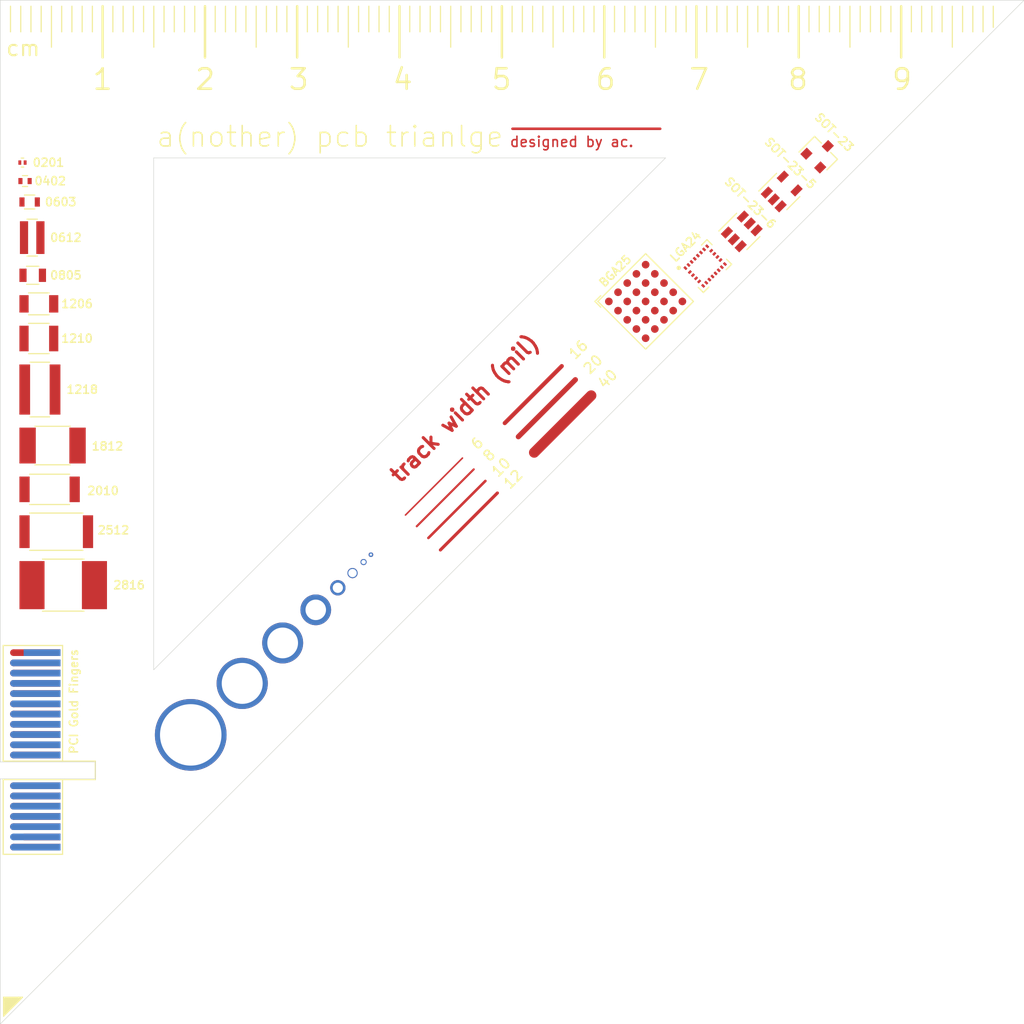
<source format=kicad_pcb>
(kicad_pcb (version 20171130) (host pcbnew "(5.1.6)-1")

  (general
    (thickness 1.6)
    (drawings 161)
    (tracks 16)
    (zones 0)
    (modules 18)
    (nets 1)
  )

  (page A4)
  (layers
    (0 F.Cu signal)
    (31 B.Cu signal)
    (32 B.Adhes user)
    (33 F.Adhes user)
    (34 B.Paste user)
    (35 F.Paste user)
    (36 B.SilkS user)
    (37 F.SilkS user)
    (38 B.Mask user)
    (39 F.Mask user)
    (40 Dwgs.User user)
    (41 Cmts.User user)
    (42 Eco1.User user)
    (43 Eco2.User user)
    (44 Edge.Cuts user)
    (45 Margin user)
    (46 B.CrtYd user)
    (47 F.CrtYd user)
    (48 B.Fab user)
    (49 F.Fab user hide)
  )

  (setup
    (last_trace_width 0.2032)
    (user_trace_width 0.2)
    (user_trace_width 0.2032)
    (user_trace_width 0.254)
    (user_trace_width 0.3048)
    (user_trace_width 0.4064)
    (user_trace_width 0.508)
    (user_trace_width 1.016)
    (user_trace_width 1.524)
    (trace_clearance 0.127)
    (zone_clearance 0.508)
    (zone_45_only no)
    (trace_min 0.127)
    (via_size 0.4)
    (via_drill 0.2)
    (via_min_size 0.4)
    (via_min_drill 0.2)
    (user_via 0.45 0.2)
    (user_via 0.6 0.4)
    (user_via 1 0.8)
    (user_via 1.5 1)
    (user_via 3 2)
    (user_via 4 3)
    (user_via 5 4)
    (user_via 7 6)
    (user_via 9 8)
    (user_via 11 10)
    (uvia_size 0.3)
    (uvia_drill 0.1)
    (uvias_allowed no)
    (uvia_min_size 0.2)
    (uvia_min_drill 0.1)
    (edge_width 0.05)
    (segment_width 0.2)
    (pcb_text_width 0.3)
    (pcb_text_size 1.5 1.5)
    (mod_edge_width 0.12)
    (mod_text_size 1 1)
    (mod_text_width 0.15)
    (pad_size 1.524 1.524)
    (pad_drill 0.762)
    (pad_to_mask_clearance 0.05)
    (aux_axis_origin 76.2 152.4)
    (grid_origin 76.2 152.4)
    (visible_elements 7FFFFFFF)
    (pcbplotparams
      (layerselection 0x010fc_ffffffff)
      (usegerberextensions false)
      (usegerberattributes true)
      (usegerberadvancedattributes true)
      (creategerberjobfile true)
      (excludeedgelayer true)
      (linewidth 0.100000)
      (plotframeref false)
      (viasonmask false)
      (mode 1)
      (useauxorigin false)
      (hpglpennumber 1)
      (hpglpenspeed 20)
      (hpglpendiameter 15.000000)
      (psnegative false)
      (psa4output false)
      (plotreference true)
      (plotvalue true)
      (plotinvisibletext false)
      (padsonsilk false)
      (subtractmaskfromsilk false)
      (outputformat 1)
      (mirror false)
      (drillshape 1)
      (scaleselection 1)
      (outputdirectory ""))
  )

  (net 0 "")

  (net_class Default "This is the default net class."
    (clearance 0.127)
    (trace_width 0.127)
    (via_dia 0.4)
    (via_drill 0.2)
    (uvia_dia 0.3)
    (uvia_drill 0.1)
  )

  (module Connectors:PCI-EXPRESS (layer F.Cu) (tedit 545FBBB8) (tstamp 5ED778F2)
    (at 87.1982 108.8302 270)
    (fp_text reference "PCI Gold Fingers" (at 4.7764 -3.0988 90) (layer F.SilkS)
      (effects (font (size 0.8 0.8) (thickness 0.15)))
    )
    (fp_text value PCI-EXPRESS (at 16.48 -3.31 90) (layer F.Fab)
      (effects (font (size 1 1) (thickness 0.15)))
    )
    (fp_line (start 10.6 -2) (end 10.6 -5.2) (layer F.SilkS) (width 0.12))
    (fp_line (start 10.6 -5.2) (end 12.4 -5.2) (layer F.SilkS) (width 0.12))
    (fp_line (start 12.4 -5.2) (end 12.4 -2) (layer F.SilkS) (width 0.12))
    (fp_line (start -0.7 -2) (end 10.6 -2) (layer F.SilkS) (width 0.12))
    (fp_line (start 10.6 -2) (end 10.6 3.8) (layer F.SilkS) (width 0.12))
    (fp_line (start 10.6 3.8) (end -0.7 3.8) (layer F.SilkS) (width 0.12))
    (fp_line (start -0.7 3.8) (end -0.7 -2) (layer F.SilkS) (width 0.12))
    (fp_line (start 19.7 -2) (end 12.4 -2) (layer F.SilkS) (width 0.12))
    (fp_line (start 12.4 3.8) (end 19.7 3.8) (layer F.SilkS) (width 0.12))
    (fp_line (start 12.4 -2) (end 12.4 3.8) (layer F.SilkS) (width 0.12))
    (fp_line (start 19.7 -2) (end 19.7 3.8) (layer F.SilkS) (width 0.12))
    (fp_line (start -0.95 -5.45) (end 19.95 -5.45) (layer F.CrtYd) (width 0.05))
    (fp_line (start -0.95 -5.45) (end -0.95 4.05) (layer F.CrtYd) (width 0.05))
    (fp_line (start 19.95 4.05) (end 19.95 -5.45) (layer F.CrtYd) (width 0.05))
    (fp_line (start 19.95 4.05) (end -0.95 4.05) (layer F.CrtYd) (width 0.05))
    (pad "" connect circle (at 19 2.8 270) (size 0.65 0.65) (layers F.Cu F.Mask))
    (pad B1 connect rect (at 0 0.5 270) (size 0.65 4.6) (layers F.Cu F.Mask))
    (pad B2 connect rect (at 1 0.5 270) (size 0.65 4.6) (layers F.Cu F.Mask))
    (pad B3 connect rect (at 2 0.5 270) (size 0.65 4.6) (layers F.Cu F.Mask))
    (pad B4 connect rect (at 3 0.5 270) (size 0.65 4.6) (layers F.Cu F.Mask))
    (pad B5 connect rect (at 4 0.5 270) (size 0.65 4.6) (layers F.Cu F.Mask))
    (pad B6 connect rect (at 5 0.5 270) (size 0.65 4.6) (layers F.Cu F.Mask))
    (pad B7 connect rect (at 6 0.5 270) (size 0.65 4.6) (layers F.Cu F.Mask))
    (pad B8 connect rect (at 7 0.5 270) (size 0.65 4.6) (layers F.Cu F.Mask))
    (pad B9 connect rect (at 8 0.5 270) (size 0.65 4.6) (layers F.Cu F.Mask))
    (pad B10 connect rect (at 9 0.5 270) (size 0.65 4.6) (layers F.Cu F.Mask))
    (pad B11 connect rect (at 10 0.5 270) (size 0.65 4.6) (layers F.Cu F.Mask))
    (pad B14 connect rect (at 15 0.5 270) (size 0.65 4.6) (layers F.Cu F.Mask))
    (pad B15 connect rect (at 16 0.5 270) (size 0.65 4.6) (layers F.Cu F.Mask))
    (pad B16 connect rect (at 17 0.5 270) (size 0.65 4.6) (layers F.Cu F.Mask))
    (pad B17 connect rect (at 18 0 270) (size 0.65 3.6) (layers F.Cu F.Mask))
    (pad B18 connect rect (at 19 0.5 270) (size 0.65 4.6) (layers F.Cu F.Mask))
    (pad B12 connect rect (at 13 0.5 270) (size 0.65 4.6) (layers F.Cu F.Mask))
    (pad B13 connect rect (at 14 0.5 270) (size 0.65 4.6) (layers F.Cu F.Mask))
    (pad A1 connect rect (at 0 0 270) (size 0.65 3.6) (layers B.Cu B.Mask))
    (pad A2 connect rect (at 1 0.5 270) (size 0.65 4.6) (layers B.Cu B.Mask))
    (pad A3 connect rect (at 2 0.5 270) (size 0.65 4.6) (layers B.Cu B.Mask))
    (pad A4 connect rect (at 3 0.5 270) (size 0.65 4.6) (layers B.Cu B.Mask))
    (pad A5 connect rect (at 4 0.5 270) (size 0.65 4.6) (layers B.Cu B.Mask))
    (pad A6 connect rect (at 5 0.5 270) (size 0.65 4.6) (layers B.Cu B.Mask))
    (pad A7 connect rect (at 6 0.5 270) (size 0.65 4.6) (layers B.Cu B.Mask))
    (pad A8 connect rect (at 7 0.5 270) (size 0.65 4.6) (layers B.Cu B.Mask))
    (pad A9 connect rect (at 8 0.5 270) (size 0.65 4.6) (layers B.Cu B.Mask))
    (pad A10 connect rect (at 9 0.5 270) (size 0.65 4.6) (layers B.Cu B.Mask))
    (pad A11 connect rect (at 10 0.5 270) (size 0.65 4.6) (layers B.Cu B.Mask))
    (pad A14 connect rect (at 15 0.5 270) (size 0.65 4.6) (layers B.Cu B.Mask))
    (pad A15 connect rect (at 16 0.5 270) (size 0.65 4.6) (layers B.Cu B.Mask))
    (pad A16 connect rect (at 17 0.5 270) (size 0.65 4.6) (layers B.Cu B.Mask))
    (pad A17 connect rect (at 18 0.5 270) (size 0.65 4.6) (layers B.Cu B.Mask))
    (pad A18 connect rect (at 19 0.5 270) (size 0.65 4.6) (layers B.Cu B.Mask))
    (pad A12 connect rect (at 13 0.5 270) (size 0.65 4.6) (layers B.Cu B.Mask))
    (pad A13 connect rect (at 14 0.5 270) (size 0.65 4.6) (layers B.Cu B.Mask))
    (pad "" connect circle (at 2 2.8 270) (size 0.65 0.65) (layers F.Cu F.Mask))
    (pad "" connect circle (at 3 2.8 270) (size 0.65 0.65) (layers F.Cu F.Mask))
    (pad "" connect circle (at 4 2.8 270) (size 0.65 0.65) (layers F.Cu F.Mask))
    (pad "" connect circle (at 5 2.8 270) (size 0.65 0.65) (layers F.Cu F.Mask))
    (pad "" connect circle (at 6 2.8 270) (size 0.65 0.65) (layers F.Cu F.Mask))
    (pad "" connect circle (at 7 2.8 270) (size 0.65 0.65) (layers F.Cu F.Mask))
    (pad "" connect circle (at 8 2.8 270) (size 0.65 0.65) (layers F.Cu F.Mask))
    (pad "" connect circle (at 9 2.8 270) (size 0.65 0.65) (layers F.Cu F.Mask))
    (pad "" connect circle (at 10 2.8 270) (size 0.65 0.65) (layers F.Cu F.Mask))
    (pad "" connect circle (at 0 2.8 270) (size 0.65 0.65) (layers F.Cu F.Mask))
    (pad "" connect circle (at 13 2.8 270) (size 0.65 0.65) (layers F.Cu F.Mask))
    (pad "" connect circle (at 14 2.8 270) (size 0.65 0.65) (layers F.Cu F.Mask))
    (pad "" connect circle (at 15 2.8 270) (size 0.65 0.65) (layers F.Cu F.Mask))
    (pad "" connect circle (at 16 2.8 270) (size 0.65 0.65) (layers F.Cu F.Mask))
    (pad "" connect circle (at 17 2.8 270) (size 0.65 0.65) (layers F.Cu F.Mask))
    (pad "" connect circle (at 1 2.8 270) (size 0.65 0.65) (layers F.Cu F.Mask))
    (pad "" connect oval (at 3 2.8) (size 0.65 0.65) (layers B.Cu B.Mask))
    (pad "" connect oval (at 4 2.8) (size 0.65 0.65) (layers B.Cu B.Mask))
    (pad "" connect oval (at 5 2.8) (size 0.65 0.65) (layers B.Cu B.Mask))
    (pad "" connect oval (at 6 2.8) (size 0.65 0.65) (layers B.Cu B.Mask))
    (pad "" connect oval (at 7 2.8) (size 0.65 0.65) (layers B.Cu B.Mask))
    (pad "" connect oval (at 8 2.8) (size 0.65 0.65) (layers B.Cu B.Mask))
    (pad "" connect oval (at 9 2.8) (size 0.65 0.65) (layers B.Cu B.Mask))
    (pad "" connect oval (at 15 2.8) (size 0.65 0.65) (layers B.Cu B.Mask))
    (pad "" connect oval (at 16 2.8) (size 0.65 0.65) (layers B.Cu B.Mask))
    (pad "" connect oval (at 2 2.8) (size 0.65 0.65) (layers B.Cu B.Mask))
    (pad "" connect oval (at 14 2.8) (size 0.65 0.65) (layers B.Cu B.Mask))
    (pad "" connect oval (at 17 2.8) (size 0.65 0.65) (layers B.Cu B.Mask))
    (pad "" connect oval (at 10 2.8) (size 0.65 0.65) (layers B.Cu B.Mask))
    (pad "" connect oval (at 13 2.8) (size 0.65 0.65) (layers B.Cu B.Mask))
    (pad "" connect oval (at 18 2.8) (size 0.65 0.65) (layers B.Cu B.Mask))
    (pad "" connect oval (at 19 2.8) (size 0.65 0.65) (layers B.Cu B.Mask))
    (pad "" connect oval (at 1 2.8) (size 0.65 0.65) (layers B.Cu B.Mask))
  )

  (module LGA:LGA-24L_3x3.5mm_P0.43mm (layer F.Cu) (tedit 5A02F217) (tstamp 5ED74713)
    (at 151.9682 71.0692 45)
    (descr "LGA 24L 3x3.5mm Pitch 0.43mm")
    (tags "LGA 24L 3x3.5mm Pitch 0.43mm")
    (attr smd)
    (fp_text reference LGA24 (at 0 -2.7 45) (layer F.SilkS)
      (effects (font (size 0.8 0.8) (thickness 0.15)))
    )
    (fp_text value LGA-24L_3x3.5mm_P0.43mm (at 0 2.8 45) (layer F.Fab)
      (effects (font (size 1 1) (thickness 0.15)))
    )
    (fp_line (start -1.2 1.7) (end -1.95 1.7) (layer F.SilkS) (width 0.12))
    (fp_line (start 1.95 1) (end 1.95 1.7) (layer F.SilkS) (width 0.12))
    (fp_line (start -1.75 -1.5) (end 1.75 -1.5) (layer F.Fab) (width 0.1))
    (fp_line (start 1.75 -1.5) (end 1.75 1.5) (layer F.Fab) (width 0.1))
    (fp_line (start 1.75 1.5) (end -1.75 1.5) (layer F.Fab) (width 0.1))
    (fp_line (start -1.75 1.5) (end -1.75 -1.5) (layer F.Fab) (width 0.1))
    (fp_circle (center -1.3 -1) (end -1.3 -0.85) (layer F.Fab) (width 0.1))
    (fp_line (start 1.2 -1.7) (end 1.95 -1.7) (layer F.SilkS) (width 0.12))
    (fp_line (start 1.95 -1.7) (end 1.95 -1) (layer F.SilkS) (width 0.12))
    (fp_line (start 1.95 1.7) (end 1.2 1.7) (layer F.SilkS) (width 0.12))
    (fp_line (start -1.95 1.7) (end -1.95 1) (layer F.SilkS) (width 0.12))
    (fp_circle (center -1.95 -1.7) (end -1.8 -1.7) (layer F.SilkS) (width 0.12))
    (fp_line (start -2.1 -1.85) (end 2.1 -1.85) (layer F.CrtYd) (width 0.05))
    (fp_line (start 2.1 -1.85) (end 2.1 1.85) (layer F.CrtYd) (width 0.05))
    (fp_line (start 2.1 1.85) (end -2.1 1.85) (layer F.CrtYd) (width 0.05))
    (fp_line (start -2.1 1.85) (end -2.1 -1.85) (layer F.CrtYd) (width 0.05))
    (fp_circle (center -1.3 -1) (end -1.3 -0.95) (layer F.Fab) (width 0.1))
    (fp_circle (center -1.95 -1.7) (end -1.89 -1.7) (layer F.SilkS) (width 0.12))
    (fp_text user %R (at 0 -2.7 45) (layer F.Fab)
      (effects (font (size 1 1) (thickness 0.15)))
    )
    (pad 13 smd rect (at 1.505 1.225 45) (size 0.23 0.35) (layers F.Cu F.Paste F.Mask))
    (pad 12 smd rect (at 1.075 1.225 45) (size 0.23 0.35) (layers F.Cu F.Paste F.Mask))
    (pad 11 smd rect (at 0.645 1.225 45) (size 0.23 0.35) (layers F.Cu F.Paste F.Mask))
    (pad 10 smd rect (at 0.215 1.225 45) (size 0.23 0.35) (layers F.Cu F.Paste F.Mask))
    (pad 9 smd rect (at -0.215 1.225 45) (size 0.23 0.35) (layers F.Cu F.Paste F.Mask))
    (pad 8 smd rect (at -0.645 1.225 45) (size 0.23 0.35) (layers F.Cu F.Paste F.Mask))
    (pad 7 smd rect (at -1.075 1.225 45) (size 0.23 0.35) (layers F.Cu F.Paste F.Mask))
    (pad 6 smd rect (at -1.505 1.225 45) (size 0.23 0.35) (layers F.Cu F.Paste F.Mask))
    (pad 18 smd rect (at 1.505 -1.225 45) (size 0.23 0.35) (layers F.Cu F.Paste F.Mask))
    (pad 19 smd rect (at 1.075 -1.225 45) (size 0.23 0.35) (layers F.Cu F.Paste F.Mask))
    (pad 20 smd rect (at 0.645 -1.225 45) (size 0.23 0.35) (layers F.Cu F.Paste F.Mask))
    (pad 21 smd rect (at 0.215 -1.225 45) (size 0.23 0.35) (layers F.Cu F.Paste F.Mask))
    (pad 22 smd rect (at -0.215 -1.225 45) (size 0.23 0.35) (layers F.Cu F.Paste F.Mask))
    (pad 23 smd rect (at -0.645 -1.225 45) (size 0.23 0.35) (layers F.Cu F.Paste F.Mask))
    (pad 24 smd rect (at -1.075 -1.225 45) (size 0.23 0.35) (layers F.Cu F.Paste F.Mask))
    (pad 14 smd rect (at 1.475 0.645 45) (size 0.35 0.23) (layers F.Cu F.Paste F.Mask))
    (pad 5 smd rect (at -1.475 0.645 45) (size 0.35 0.23) (layers F.Cu F.Paste F.Mask))
    (pad 15 smd rect (at 1.475 0.215 45) (size 0.35 0.23) (layers F.Cu F.Paste F.Mask))
    (pad 4 smd rect (at -1.475 0.215 45) (size 0.35 0.23) (layers F.Cu F.Paste F.Mask))
    (pad 16 smd rect (at 1.475 -0.215 45) (size 0.35 0.23) (layers F.Cu F.Paste F.Mask))
    (pad 3 smd rect (at -1.475 -0.215 45) (size 0.35 0.23) (layers F.Cu F.Paste F.Mask))
    (pad 17 smd rect (at 1.475 -0.645 45) (size 0.35 0.23) (layers F.Cu F.Paste F.Mask))
    (pad 2 smd rect (at -1.475 -0.645 45) (size 0.35 0.23) (layers F.Cu F.Paste F.Mask))
    (pad 1 smd rect (at -1.505 -1.225 45) (size 0.23 0.35) (layers F.Cu F.Paste F.Mask))
    (model ${KISYS3DMOD}/Package_LGA.3dshapes/LGA-24L_3x3.5mm_P0.43mm.wrl
      (at (xyz 0 0 0))
      (scale (xyz 1 1 1))
      (rotate (xyz 0 0 0))
    )
  )

  (module Housings_BGA:BGA-25_5x5_6.35x6.35mm_Pitch1.27mm (layer F.Cu) (tedit 59DBF515) (tstamp 5ED7435E)
    (at 146.1516 74.5236 45)
    (descr "BGA-25, http://cds.linear.com/docs/en/datasheet/4624fc.pdf")
    (tags "BGA-25 µModule")
    (attr smd)
    (fp_text reference BGA25 (at 0 -4.199999 45) (layer F.SilkS)
      (effects (font (size 0.8 0.8) (thickness 0.15)))
    )
    (fp_text value BGA-25_5x5_6.35x6.35mm_Pitch1.27mm (at 0 4.17 45) (layer F.Fab)
      (effects (font (size 1 1) (thickness 0.15)))
    )
    (fp_line (start -2.7 -3.5) (end -3.5 -3.5) (layer F.SilkS) (width 0.12))
    (fp_line (start -3.5 -3.5) (end -3.5 -2.7) (layer F.SilkS) (width 0.12))
    (fp_line (start 3.3 -3.3) (end 3.3 3.3) (layer F.SilkS) (width 0.12))
    (fp_line (start 3.3 3.3) (end -3.3 3.3) (layer F.SilkS) (width 0.12))
    (fp_line (start -3.3 3.3) (end -3.3 -3.3) (layer F.SilkS) (width 0.12))
    (fp_line (start -3.3 -3.3) (end 3.3 -3.3) (layer F.SilkS) (width 0.12))
    (fp_line (start 3.12 -3.12) (end 3.12 3.12) (layer F.Fab) (width 0.1))
    (fp_line (start 3.12 3.12) (end -3.12 3.12) (layer F.Fab) (width 0.1))
    (fp_line (start -3.12 3.12) (end -3.1 -2.62) (layer F.Fab) (width 0.1))
    (fp_line (start -3.1 -2.62) (end -2.62 -3.12) (layer F.Fab) (width 0.1))
    (fp_line (start -2.62 -3.12) (end 3.12 -3.12) (layer F.Fab) (width 0.1))
    (fp_line (start -4.12 -4.12) (end 4.12 -4.12) (layer F.CrtYd) (width 0.05))
    (fp_line (start -4.12 -4.12) (end -4.12 4.12) (layer F.CrtYd) (width 0.05))
    (fp_line (start 4.12 4.12) (end 4.12 -4.12) (layer F.CrtYd) (width 0.05))
    (fp_line (start 4.12 4.12) (end -4.12 4.12) (layer F.CrtYd) (width 0.05))
    (fp_text user %R (at 0 0 45) (layer F.Fab)
      (effects (font (size 1 1) (thickness 0.15)))
    )
    (pad E5 smd circle (at 2.54 2.54 45) (size 0.75 0.75) (layers F.Cu F.Paste F.Mask))
    (pad D5 smd circle (at 2.54 1.27 45) (size 0.75 0.75) (layers F.Cu F.Paste F.Mask))
    (pad C5 smd circle (at 2.54 0 45) (size 0.75 0.75) (layers F.Cu F.Paste F.Mask))
    (pad B5 smd circle (at 2.54 -1.27 45) (size 0.75 0.75) (layers F.Cu F.Paste F.Mask))
    (pad A5 smd circle (at 2.54 -2.54 45) (size 0.75 0.75) (layers F.Cu F.Paste F.Mask))
    (pad E4 smd circle (at 1.27 2.54 45) (size 0.75 0.75) (layers F.Cu F.Paste F.Mask))
    (pad D4 smd circle (at 1.27 1.27 45) (size 0.75 0.75) (layers F.Cu F.Paste F.Mask))
    (pad C4 smd circle (at 1.27 0 45) (size 0.75 0.75) (layers F.Cu F.Paste F.Mask))
    (pad B4 smd circle (at 1.27 -1.27 45) (size 0.75 0.75) (layers F.Cu F.Paste F.Mask))
    (pad A4 smd circle (at 1.27 -2.54 45) (size 0.75 0.75) (layers F.Cu F.Paste F.Mask))
    (pad E3 smd circle (at 0 2.54 45) (size 0.75 0.75) (layers F.Cu F.Paste F.Mask))
    (pad D3 smd circle (at 0 1.27 45) (size 0.75 0.75) (layers F.Cu F.Paste F.Mask))
    (pad C3 smd circle (at 0 0 45) (size 0.75 0.75) (layers F.Cu F.Paste F.Mask))
    (pad B3 smd circle (at 0 -1.27 45) (size 0.75 0.75) (layers F.Cu F.Paste F.Mask))
    (pad A3 smd circle (at 0 -2.54 45) (size 0.75 0.75) (layers F.Cu F.Paste F.Mask))
    (pad E2 smd circle (at -1.27 2.54 45) (size 0.75 0.75) (layers F.Cu F.Paste F.Mask))
    (pad D2 smd circle (at -1.27 1.27 45) (size 0.75 0.75) (layers F.Cu F.Paste F.Mask))
    (pad C2 smd circle (at -1.27 0 45) (size 0.75 0.75) (layers F.Cu F.Paste F.Mask))
    (pad B2 smd circle (at -1.27 -1.27 45) (size 0.75 0.75) (layers F.Cu F.Paste F.Mask))
    (pad A2 smd circle (at -1.27 -2.54 45) (size 0.75 0.75) (layers F.Cu F.Paste F.Mask))
    (pad E1 smd circle (at -2.54 2.54 45) (size 0.75 0.75) (layers F.Cu F.Paste F.Mask))
    (pad D1 smd circle (at -2.54 1.27 45) (size 0.75 0.75) (layers F.Cu F.Paste F.Mask))
    (pad C1 smd circle (at -2.54 0 45) (size 0.75 0.75) (layers F.Cu F.Paste F.Mask))
    (pad B1 smd circle (at -2.54 -1.27 45) (size 0.75 0.75) (layers F.Cu F.Paste F.Mask))
    (pad A1 smd circle (at -2.54 -2.54 45) (size 0.75 0.75) (layers F.Cu F.Paste F.Mask))
    (model ${KISYS3DMOD}/Housings_BGA.3dshapes/BGA-25_5x5_6.35x6.35mm_Pitch1.27mm.wrl
      (at (xyz 0 0 0))
      (scale (xyz 1 1 1))
      (rotate (xyz 0 0 0))
    )
  )

  (module TO_SOT_Packages_SMD:SOT-23-6 (layer F.Cu) (tedit 58CE4E7E) (tstamp 5ED73DBE)
    (at 155.542381 67.684161 45)
    (descr "6-pin SOT-23 package")
    (tags SOT-23-6)
    (attr smd)
    (fp_text reference SOT-23-6 (at 2.565 -1.3802 315 unlocked) (layer F.SilkS)
      (effects (font (size 0.8 0.8) (thickness 0.15)))
    )
    (fp_text value SOT-23-6 (at 0 2.9 45) (layer F.Fab)
      (effects (font (size 1 1) (thickness 0.15)))
    )
    (fp_line (start -0.9 1.61) (end 0.9 1.61) (layer F.SilkS) (width 0.12))
    (fp_line (start 0.9 -1.61) (end -1.55 -1.61) (layer F.SilkS) (width 0.12))
    (fp_line (start 1.9 -1.8) (end -1.9 -1.8) (layer F.CrtYd) (width 0.05))
    (fp_line (start 1.9 1.8) (end 1.9 -1.8) (layer F.CrtYd) (width 0.05))
    (fp_line (start -1.9 1.8) (end 1.9 1.8) (layer F.CrtYd) (width 0.05))
    (fp_line (start -1.9 -1.8) (end -1.9 1.8) (layer F.CrtYd) (width 0.05))
    (fp_line (start -0.9 -0.9) (end -0.25 -1.55) (layer F.Fab) (width 0.1))
    (fp_line (start 0.9 -1.55) (end -0.25 -1.55) (layer F.Fab) (width 0.1))
    (fp_line (start -0.9 -0.9) (end -0.9 1.55) (layer F.Fab) (width 0.1))
    (fp_line (start 0.9 1.55) (end -0.9 1.55) (layer F.Fab) (width 0.1))
    (fp_line (start 0.9 -1.55) (end 0.9 1.55) (layer F.Fab) (width 0.1))
    (fp_text user %R (at 0 0 135) (layer F.Fab)
      (effects (font (size 0.5 0.5) (thickness 0.075)))
    )
    (pad 1 smd rect (at -1.1 -0.95 45) (size 1.06 0.65) (layers F.Cu F.Paste F.Mask))
    (pad 2 smd rect (at -1.1 0 45) (size 1.06 0.65) (layers F.Cu F.Paste F.Mask))
    (pad 3 smd rect (at -1.1 0.95 45) (size 1.06 0.65) (layers F.Cu F.Paste F.Mask))
    (pad 4 smd rect (at 1.1 0.95 45) (size 1.06 0.65) (layers F.Cu F.Paste F.Mask))
    (pad 6 smd rect (at 1.1 -0.95 45) (size 1.06 0.65) (layers F.Cu F.Paste F.Mask))
    (pad 5 smd rect (at 1.1 0 45) (size 1.06 0.65) (layers F.Cu F.Paste F.Mask))
    (model ${KISYS3DMOD}/TO_SOT_Packages_SMD.3dshapes/SOT-23-6.wrl
      (at (xyz 0 0 0))
      (scale (xyz 1 1 1))
      (rotate (xyz 0 0 0))
    )
  )

  (module TO_SOT_Packages_SMD:SOT-23-5 (layer F.Cu) (tedit 58CE4E7E) (tstamp 5ED73DAB)
    (at 159.444196 63.782346 45)
    (descr "5-pin SOT23 package")
    (tags SOT-23-5)
    (attr smd)
    (fp_text reference SOT-23-5 (at 2.550393 -1.3548 315 unlocked) (layer F.SilkS)
      (effects (font (size 0.8 0.8) (thickness 0.15)))
    )
    (fp_text value SOT-23-5 (at 0 2.9 45) (layer F.Fab)
      (effects (font (size 1 1) (thickness 0.15)))
    )
    (fp_line (start -0.9 1.61) (end 0.9 1.61) (layer F.SilkS) (width 0.12))
    (fp_line (start 0.9 -1.61) (end -1.55 -1.61) (layer F.SilkS) (width 0.12))
    (fp_line (start -1.9 -1.8) (end 1.9 -1.8) (layer F.CrtYd) (width 0.05))
    (fp_line (start 1.9 -1.8) (end 1.9 1.8) (layer F.CrtYd) (width 0.05))
    (fp_line (start 1.9 1.8) (end -1.9 1.8) (layer F.CrtYd) (width 0.05))
    (fp_line (start -1.9 1.8) (end -1.9 -1.8) (layer F.CrtYd) (width 0.05))
    (fp_line (start -0.9 -0.9) (end -0.25 -1.55) (layer F.Fab) (width 0.1))
    (fp_line (start 0.9 -1.55) (end -0.25 -1.55) (layer F.Fab) (width 0.1))
    (fp_line (start -0.9 -0.9) (end -0.9 1.55) (layer F.Fab) (width 0.1))
    (fp_line (start 0.9 1.55) (end -0.9 1.55) (layer F.Fab) (width 0.1))
    (fp_line (start 0.9 -1.55) (end 0.9 1.55) (layer F.Fab) (width 0.1))
    (fp_text user %R (at 0 0 135) (layer F.Fab)
      (effects (font (size 0.5 0.5) (thickness 0.075)))
    )
    (pad 1 smd rect (at -1.1 -0.95 45) (size 1.06 0.65) (layers F.Cu F.Paste F.Mask))
    (pad 2 smd rect (at -1.1 0 45) (size 1.06 0.65) (layers F.Cu F.Paste F.Mask))
    (pad 3 smd rect (at -1.1 0.95 45) (size 1.06 0.65) (layers F.Cu F.Paste F.Mask))
    (pad 4 smd rect (at 1.1 0.95 45) (size 1.06 0.65) (layers F.Cu F.Paste F.Mask))
    (pad 5 smd rect (at 1.1 -0.95 45) (size 1.06 0.65) (layers F.Cu F.Paste F.Mask))
    (model ${KISYS3DMOD}/TO_SOT_Packages_SMD.3dshapes/SOT-23-5.wrl
      (at (xyz 0 0 0))
      (scale (xyz 1 1 1))
      (rotate (xyz 0 0 0))
    )
  )

  (module TO_SOT_Packages_SMD:SOT-23 (layer F.Cu) (tedit 58CE4E7E) (tstamp 5ED73D96)
    (at 163.239945 60.057307 45)
    (descr "SOT-23, Standard")
    (tags SOT-23)
    (attr smd)
    (fp_text reference SOT-23 (at 2.397 -0.5158 315 unlocked) (layer F.SilkS)
      (effects (font (size 0.8 0.8) (thickness 0.15)))
    )
    (fp_text value SOT-23 (at 0 2.5 45) (layer F.Fab)
      (effects (font (size 1 1) (thickness 0.15)))
    )
    (fp_line (start -0.7 -0.95) (end -0.7 1.5) (layer F.Fab) (width 0.1))
    (fp_line (start -0.15 -1.52) (end 0.7 -1.52) (layer F.Fab) (width 0.1))
    (fp_line (start -0.7 -0.95) (end -0.15 -1.52) (layer F.Fab) (width 0.1))
    (fp_line (start 0.7 -1.52) (end 0.7 1.52) (layer F.Fab) (width 0.1))
    (fp_line (start -0.7 1.52) (end 0.7 1.52) (layer F.Fab) (width 0.1))
    (fp_line (start 0.76 1.58) (end 0.76 0.65) (layer F.SilkS) (width 0.12))
    (fp_line (start 0.76 -1.58) (end 0.76 -0.65) (layer F.SilkS) (width 0.12))
    (fp_line (start -1.7 -1.75) (end 1.7 -1.75) (layer F.CrtYd) (width 0.05))
    (fp_line (start 1.7 -1.75) (end 1.7 1.75) (layer F.CrtYd) (width 0.05))
    (fp_line (start 1.7 1.75) (end -1.7 1.75) (layer F.CrtYd) (width 0.05))
    (fp_line (start -1.7 1.75) (end -1.7 -1.75) (layer F.CrtYd) (width 0.05))
    (fp_line (start 0.76 -1.58) (end -1.4 -1.58) (layer F.SilkS) (width 0.12))
    (fp_line (start 0.76 1.58) (end -0.7 1.58) (layer F.SilkS) (width 0.12))
    (fp_text user %R (at 0 0 135) (layer F.Fab)
      (effects (font (size 0.5 0.5) (thickness 0.075)))
    )
    (pad 1 smd rect (at -1 -0.95 45) (size 0.9 0.8) (layers F.Cu F.Paste F.Mask))
    (pad 2 smd rect (at -1 0.95 45) (size 0.9 0.8) (layers F.Cu F.Paste F.Mask))
    (pad 3 smd rect (at 1 0 45) (size 0.9 0.8) (layers F.Cu F.Paste F.Mask))
    (model ${KISYS3DMOD}/TO_SOT_Packages_SMD.3dshapes/SOT-23.wrl
      (at (xyz 0 0 0))
      (scale (xyz 1 1 1))
      (rotate (xyz 0 0 0))
    )
  )

  (module Resistors_SMD:R_2816 (layer F.Cu) (tedit 58E0A804) (tstamp 5ED7250D)
    (at 89.2625 102.235)
    (descr "Resistor SMD 2816, reflow soldering, Vishay (see WSL-VISHAY.PDF)")
    (tags "resistor 2816")
    (attr smd)
    (fp_text reference 2816 (at 6.432 0) (layer F.SilkS)
      (effects (font (size 0.8 0.8) (thickness 0.15)))
    )
    (fp_text value R_2816 (at 0.05 3.45) (layer F.Fab)
      (effects (font (size 1 1) (thickness 0.15)))
    )
    (fp_line (start -3.55 -2.1) (end -3.55 2.1) (layer F.Fab) (width 0.1))
    (fp_line (start 3.55 -2.1) (end -3.55 -2.1) (layer F.Fab) (width 0.1))
    (fp_line (start 3.55 2.1) (end 3.55 -2.1) (layer F.Fab) (width 0.1))
    (fp_line (start -3.55 2.1) (end 3.55 2.1) (layer F.Fab) (width 0.1))
    (fp_line (start -2.03 2.54) (end 2.03 2.54) (layer F.SilkS) (width 0.12))
    (fp_line (start -2.03 -2.54) (end 2.03 -2.54) (layer F.SilkS) (width 0.12))
    (fp_line (start -4.53 -2.6) (end 4.52 -2.6) (layer F.CrtYd) (width 0.05))
    (fp_line (start -4.53 -2.6) (end -4.53 2.6) (layer F.CrtYd) (width 0.05))
    (fp_line (start 4.52 2.6) (end 4.52 -2.6) (layer F.CrtYd) (width 0.05))
    (fp_line (start 4.52 2.6) (end -4.53 2.6) (layer F.CrtYd) (width 0.05))
    (fp_text user %R (at 0 0) (layer F.Fab)
      (effects (font (size 1 1) (thickness 0.15)))
    )
    (pad 1 smd rect (at -3.05 0) (size 2.45 4.7) (layers F.Cu F.Paste F.Mask))
    (pad 2 smd rect (at 3.05 0) (size 2.45 4.7) (layers F.Cu F.Paste F.Mask))
    (model ${KISYS3DMOD}/Resistors_SMD.3dshapes/R_2816.wrl
      (at (xyz 0 0 0))
      (scale (xyz 1 1 1))
      (rotate (xyz 0 0 0))
    )
  )

  (module Resistors_SMD:R_2512 (layer F.Cu) (tedit 58E0A804) (tstamp 5ED724FC)
    (at 88.5825 97.015)
    (descr "Resistor SMD 2512, reflow soldering, Vishay (see dcrcw.pdf)")
    (tags "resistor 2512")
    (attr smd)
    (fp_text reference 2512 (at 5.588 -0.14863 180) (layer F.SilkS)
      (effects (font (size 0.8 0.8) (thickness 0.15)))
    )
    (fp_text value R_2512 (at 0 2.75) (layer F.Fab)
      (effects (font (size 1 1) (thickness 0.15)))
    )
    (fp_line (start -3.15 1.6) (end -3.15 -1.6) (layer F.Fab) (width 0.1))
    (fp_line (start 3.15 1.6) (end -3.15 1.6) (layer F.Fab) (width 0.1))
    (fp_line (start 3.15 -1.6) (end 3.15 1.6) (layer F.Fab) (width 0.1))
    (fp_line (start -3.15 -1.6) (end 3.15 -1.6) (layer F.Fab) (width 0.1))
    (fp_line (start 2.6 1.82) (end -2.6 1.82) (layer F.SilkS) (width 0.12))
    (fp_line (start -2.6 -1.82) (end 2.6 -1.82) (layer F.SilkS) (width 0.12))
    (fp_line (start -3.85 -1.85) (end 3.85 -1.85) (layer F.CrtYd) (width 0.05))
    (fp_line (start -3.85 -1.85) (end -3.85 1.85) (layer F.CrtYd) (width 0.05))
    (fp_line (start 3.85 1.85) (end 3.85 -1.85) (layer F.CrtYd) (width 0.05))
    (fp_line (start 3.85 1.85) (end -3.85 1.85) (layer F.CrtYd) (width 0.05))
    (fp_text user %R (at 0 0) (layer F.Fab)
      (effects (font (size 1 1) (thickness 0.15)))
    )
    (pad 1 smd rect (at -3.1 0) (size 1 3.2) (layers F.Cu F.Paste F.Mask))
    (pad 2 smd rect (at 3.1 0) (size 1 3.2) (layers F.Cu F.Paste F.Mask))
    (model ${KISYS3DMOD}/Resistors_SMD.3dshapes/R_2512.wrl
      (at (xyz 0 0 0))
      (scale (xyz 1 1 1))
      (rotate (xyz 0 0 0))
    )
  )

  (module Resistors_SMD:R_2010 (layer F.Cu) (tedit 58E0A804) (tstamp 5ED724EB)
    (at 87.9325 92.88)
    (descr "Resistor SMD 2010, reflow soldering, Vishay (see dcrcw.pdf)")
    (tags "resistor 2010")
    (attr smd)
    (fp_text reference 2010 (at 5.222 0.141733) (layer F.SilkS)
      (effects (font (size 0.8 0.8) (thickness 0.15)))
    )
    (fp_text value R_2010 (at 0 2.4) (layer F.Fab)
      (effects (font (size 1 1) (thickness 0.15)))
    )
    (fp_line (start -2.5 1.25) (end -2.5 -1.25) (layer F.Fab) (width 0.1))
    (fp_line (start 2.5 1.25) (end -2.5 1.25) (layer F.Fab) (width 0.1))
    (fp_line (start 2.5 -1.25) (end 2.5 1.25) (layer F.Fab) (width 0.1))
    (fp_line (start -2.5 -1.25) (end 2.5 -1.25) (layer F.Fab) (width 0.1))
    (fp_line (start 1.95 1.48) (end -1.95 1.48) (layer F.SilkS) (width 0.12))
    (fp_line (start -1.95 -1.48) (end 1.95 -1.48) (layer F.SilkS) (width 0.12))
    (fp_line (start -3.2 -1.5) (end 3.2 -1.5) (layer F.CrtYd) (width 0.05))
    (fp_line (start -3.2 -1.5) (end -3.2 1.5) (layer F.CrtYd) (width 0.05))
    (fp_line (start 3.2 1.5) (end 3.2 -1.5) (layer F.CrtYd) (width 0.05))
    (fp_line (start 3.2 1.5) (end -3.2 1.5) (layer F.CrtYd) (width 0.05))
    (fp_text user %R (at 0 0) (layer F.Fab)
      (effects (font (size 1 1) (thickness 0.15)))
    )
    (pad 1 smd rect (at -2.45 0) (size 1 2.5) (layers F.Cu F.Paste F.Mask))
    (pad 2 smd rect (at 2.45 0) (size 1 2.5) (layers F.Cu F.Paste F.Mask))
    (model ${KISYS3DMOD}/Resistors_SMD.3dshapes/R_2010.wrl
      (at (xyz 0 0 0))
      (scale (xyz 1 1 1))
      (rotate (xyz 0 0 0))
    )
  )

  (module Resistors_SMD:R_1812 (layer F.Cu) (tedit 58E0A804) (tstamp 5ED724DA)
    (at 88.2225 88.6)
    (descr "Resistor SMD 1812, flow soldering, Panasonic (see ERJ12)")
    (tags "resistor 1812")
    (attr smd)
    (fp_text reference 1812 (at 5.364 0.069096) (layer F.SilkS)
      (effects (font (size 0.8 0.8) (thickness 0.15)))
    )
    (fp_text value R_1812 (at 0 2.85) (layer F.Fab)
      (effects (font (size 1 1) (thickness 0.15)))
    )
    (fp_line (start -2.25 1.6) (end -2.25 -1.6) (layer F.Fab) (width 0.1))
    (fp_line (start 2.25 1.6) (end -2.25 1.6) (layer F.Fab) (width 0.1))
    (fp_line (start 2.25 -1.6) (end 2.25 1.6) (layer F.Fab) (width 0.1))
    (fp_line (start -2.25 -1.6) (end 2.25 -1.6) (layer F.Fab) (width 0.1))
    (fp_line (start -1.73 1.88) (end 1.73 1.88) (layer F.SilkS) (width 0.12))
    (fp_line (start -1.73 -1.88) (end 1.73 -1.88) (layer F.SilkS) (width 0.12))
    (fp_line (start -3.49 -2) (end 3.49 -2) (layer F.CrtYd) (width 0.05))
    (fp_line (start -3.49 -2) (end -3.49 2) (layer F.CrtYd) (width 0.05))
    (fp_line (start 3.49 2) (end 3.49 -2) (layer F.CrtYd) (width 0.05))
    (fp_line (start 3.49 2) (end -3.49 2) (layer F.CrtYd) (width 0.05))
    (fp_text user %R (at 0 0) (layer F.Fab)
      (effects (font (size 1 1) (thickness 0.15)))
    )
    (pad 1 smd rect (at -2.44 0) (size 1.6 3.5) (layers F.Cu F.Paste F.Mask))
    (pad 2 smd rect (at 2.44 0) (size 1.6 3.5) (layers F.Cu F.Paste F.Mask))
    (model ${KISYS3DMOD}/Resistors_SMD.3dshapes/R_1812.wrl
      (at (xyz 0 0 0))
      (scale (xyz 1 1 1))
      (rotate (xyz 0 0 0))
    )
  )

  (module Resistors_SMD:R_1218 (layer F.Cu) (tedit 58E0A804) (tstamp 5ED724C9)
    (at 86.9825 83.13)
    (descr "Resistor SMD 1218, reflow soldering, Vishay (see dcrcw.pdf)")
    (tags "resistor 1218")
    (attr smd)
    (fp_text reference 1218 (at 4.14 0) (layer F.SilkS)
      (effects (font (size 0.8 0.8) (thickness 0.15)))
    )
    (fp_text value R_1218 (at 0 3.6) (layer F.Fab)
      (effects (font (size 1 1) (thickness 0.15)))
    )
    (fp_line (start -1.6 -2.3) (end -1.6 2.3) (layer F.Fab) (width 0.1))
    (fp_line (start 1.6 -2.3) (end -1.6 -2.3) (layer F.Fab) (width 0.1))
    (fp_line (start 1.6 2.3) (end 1.6 -2.3) (layer F.Fab) (width 0.1))
    (fp_line (start -1.6 2.3) (end 1.6 2.3) (layer F.Fab) (width 0.1))
    (fp_line (start 0.95 2.67) (end -0.95 2.67) (layer F.SilkS) (width 0.12))
    (fp_line (start -0.95 -2.67) (end 0.95 -2.67) (layer F.SilkS) (width 0.12))
    (fp_line (start -2.25 -2.7) (end 2.25 -2.7) (layer F.CrtYd) (width 0.05))
    (fp_line (start -2.25 -2.7) (end -2.25 2.7) (layer F.CrtYd) (width 0.05))
    (fp_line (start 2.25 2.7) (end 2.25 -2.7) (layer F.CrtYd) (width 0.05))
    (fp_line (start 2.25 2.7) (end -2.25 2.7) (layer F.CrtYd) (width 0.05))
    (fp_text user %R (at 0 0) (layer F.Fab)
      (effects (font (size 0.7 0.7) (thickness 0.105)))
    )
    (pad 1 smd rect (at -1.48 0) (size 1.05 4.9) (layers F.Cu F.Paste F.Mask))
    (pad 2 smd rect (at 1.48 0) (size 1.05 4.9) (layers F.Cu F.Paste F.Mask))
    (model ${KISYS3DMOD}/Resistors_SMD.3dshapes/R_1218.wrl
      (at (xyz 0 0 0))
      (scale (xyz 1 1 1))
      (rotate (xyz 0 0 0))
    )
  )

  (module Resistors_SMD:R_1210 (layer F.Cu) (tedit 58E0A804) (tstamp 5ED724B8)
    (at 86.8825 78.145)
    (descr "Resistor SMD 1210, reflow soldering, Vishay (see dcrcw.pdf)")
    (tags "resistor 1210")
    (attr smd)
    (fp_text reference 1210 (at 3.732 0) (layer F.SilkS)
      (effects (font (size 0.8 0.8) (thickness 0.15)))
    )
    (fp_text value R_1210 (at 0 2.4) (layer F.Fab)
      (effects (font (size 1 1) (thickness 0.15)))
    )
    (fp_line (start -1.6 1.25) (end -1.6 -1.25) (layer F.Fab) (width 0.1))
    (fp_line (start 1.6 1.25) (end -1.6 1.25) (layer F.Fab) (width 0.1))
    (fp_line (start 1.6 -1.25) (end 1.6 1.25) (layer F.Fab) (width 0.1))
    (fp_line (start -1.6 -1.25) (end 1.6 -1.25) (layer F.Fab) (width 0.1))
    (fp_line (start 1 1.48) (end -1 1.48) (layer F.SilkS) (width 0.12))
    (fp_line (start -1 -1.48) (end 1 -1.48) (layer F.SilkS) (width 0.12))
    (fp_line (start -2.15 -1.5) (end 2.15 -1.5) (layer F.CrtYd) (width 0.05))
    (fp_line (start -2.15 -1.5) (end -2.15 1.5) (layer F.CrtYd) (width 0.05))
    (fp_line (start 2.15 1.5) (end 2.15 -1.5) (layer F.CrtYd) (width 0.05))
    (fp_line (start 2.15 1.5) (end -2.15 1.5) (layer F.CrtYd) (width 0.05))
    (fp_text user %R (at 0 0) (layer F.Fab)
      (effects (font (size 0.7 0.7) (thickness 0.105)))
    )
    (pad 1 smd rect (at -1.45 0) (size 0.9 2.5) (layers F.Cu F.Paste F.Mask))
    (pad 2 smd rect (at 1.45 0) (size 0.9 2.5) (layers F.Cu F.Paste F.Mask))
    (model ${KISYS3DMOD}/Resistors_SMD.3dshapes/R_1210.wrl
      (at (xyz 0 0 0))
      (scale (xyz 1 1 1))
      (rotate (xyz 0 0 0))
    )
  )

  (module Resistors_SMD:R_1206 (layer F.Cu) (tedit 58E0A804) (tstamp 5ED724A7)
    (at 86.8825 74.76)
    (descr "Resistor SMD 1206, reflow soldering, Vishay (see dcrcw.pdf)")
    (tags "resistor 1206")
    (attr smd)
    (fp_text reference 1206 (at 3.732 0) (layer F.SilkS)
      (effects (font (size 0.8 0.8) (thickness 0.15)))
    )
    (fp_text value R_1206 (at 0 1.95) (layer F.Fab)
      (effects (font (size 1 1) (thickness 0.15)))
    )
    (fp_line (start -1.6 0.8) (end -1.6 -0.8) (layer F.Fab) (width 0.1))
    (fp_line (start 1.6 0.8) (end -1.6 0.8) (layer F.Fab) (width 0.1))
    (fp_line (start 1.6 -0.8) (end 1.6 0.8) (layer F.Fab) (width 0.1))
    (fp_line (start -1.6 -0.8) (end 1.6 -0.8) (layer F.Fab) (width 0.1))
    (fp_line (start 1 1.07) (end -1 1.07) (layer F.SilkS) (width 0.12))
    (fp_line (start -1 -1.07) (end 1 -1.07) (layer F.SilkS) (width 0.12))
    (fp_line (start -2.15 -1.11) (end 2.15 -1.11) (layer F.CrtYd) (width 0.05))
    (fp_line (start -2.15 -1.11) (end -2.15 1.1) (layer F.CrtYd) (width 0.05))
    (fp_line (start 2.15 1.1) (end 2.15 -1.11) (layer F.CrtYd) (width 0.05))
    (fp_line (start 2.15 1.1) (end -2.15 1.1) (layer F.CrtYd) (width 0.05))
    (fp_text user %R (at 0 0) (layer F.Fab)
      (effects (font (size 0.7 0.7) (thickness 0.105)))
    )
    (pad 1 smd rect (at -1.45 0) (size 0.9 1.7) (layers F.Cu F.Paste F.Mask))
    (pad 2 smd rect (at 1.45 0) (size 0.9 1.7) (layers F.Cu F.Paste F.Mask))
    (model ${KISYS3DMOD}/Resistors_SMD.3dshapes/R_1206.wrl
      (at (xyz 0 0 0))
      (scale (xyz 1 1 1))
      (rotate (xyz 0 0 0))
    )
  )

  (module Resistors_SMD:R_0805 (layer F.Cu) (tedit 58E0A804) (tstamp 5ED72496)
    (at 86.2825 71.97)
    (descr "Resistor SMD 0805, reflow soldering, Vishay (see dcrcw.pdf)")
    (tags "resistor 0805")
    (attr smd)
    (fp_text reference 0805 (at 3.24 0) (layer F.SilkS)
      (effects (font (size 0.8 0.8) (thickness 0.15)))
    )
    (fp_text value R_0805 (at 0 1.75) (layer F.Fab)
      (effects (font (size 1 1) (thickness 0.15)))
    )
    (fp_line (start -1 0.62) (end -1 -0.62) (layer F.Fab) (width 0.1))
    (fp_line (start 1 0.62) (end -1 0.62) (layer F.Fab) (width 0.1))
    (fp_line (start 1 -0.62) (end 1 0.62) (layer F.Fab) (width 0.1))
    (fp_line (start -1 -0.62) (end 1 -0.62) (layer F.Fab) (width 0.1))
    (fp_line (start 0.6 0.88) (end -0.6 0.88) (layer F.SilkS) (width 0.12))
    (fp_line (start -0.6 -0.88) (end 0.6 -0.88) (layer F.SilkS) (width 0.12))
    (fp_line (start -1.55 -0.9) (end 1.55 -0.9) (layer F.CrtYd) (width 0.05))
    (fp_line (start -1.55 -0.9) (end -1.55 0.9) (layer F.CrtYd) (width 0.05))
    (fp_line (start 1.55 0.9) (end 1.55 -0.9) (layer F.CrtYd) (width 0.05))
    (fp_line (start 1.55 0.9) (end -1.55 0.9) (layer F.CrtYd) (width 0.05))
    (fp_text user %R (at 0 0) (layer F.Fab)
      (effects (font (size 0.5 0.5) (thickness 0.075)))
    )
    (pad 1 smd rect (at -0.95 0) (size 0.7 1.3) (layers F.Cu F.Paste F.Mask))
    (pad 2 smd rect (at 0.95 0) (size 0.7 1.3) (layers F.Cu F.Paste F.Mask))
    (model ${KISYS3DMOD}/Resistors_SMD.3dshapes/R_0805.wrl
      (at (xyz 0 0 0))
      (scale (xyz 1 1 1))
      (rotate (xyz 0 0 0))
    )
  )

  (module Resistors_SMD:R_0612 (layer F.Cu) (tedit 58E0A804) (tstamp 5ED72485)
    (at 86.2325 68.29)
    (descr "Resistor SMD 0612, reflow solderinG")
    (tags "resistor 0612 ")
    (attr smd)
    (fp_text reference 0612 (at 3.29 0) (layer F.SilkS)
      (effects (font (size 0.8 0.8) (thickness 0.15)))
    )
    (fp_text value R_0612 (at 0 3.175) (layer F.Fab)
      (effects (font (size 1 1) (thickness 0.15)))
    )
    (fp_line (start -0.8 1.6) (end -0.8 -1.6) (layer F.Fab) (width 0.1))
    (fp_line (start 0.8 1.6) (end -0.8 1.6) (layer F.Fab) (width 0.1))
    (fp_line (start 0.8 -1.6) (end 0.8 1.6) (layer F.Fab) (width 0.1))
    (fp_line (start -0.8 -1.6) (end 0.8 -1.6) (layer F.Fab) (width 0.1))
    (fp_line (start -1.5 -2) (end 1.5 -2) (layer F.CrtYd) (width 0.05))
    (fp_line (start -1.5 2) (end 1.5 2) (layer F.CrtYd) (width 0.05))
    (fp_line (start -1.5 -2) (end -1.5 2) (layer F.CrtYd) (width 0.05))
    (fp_line (start 1.5 -2) (end 1.5 2) (layer F.CrtYd) (width 0.05))
    (fp_line (start 0.5 1.8) (end -0.5 1.8) (layer F.SilkS) (width 0.12))
    (fp_line (start -0.5 -1.8) (end 0.5 -1.8) (layer F.SilkS) (width 0.12))
    (fp_text user %R (at 0 0) (layer F.Fab)
      (effects (font (size 0.5 0.5) (thickness 0.075)))
    )
    (pad 1 smd rect (at -0.8 0) (size 0.8 3.2) (layers F.Cu F.Paste F.Mask))
    (pad 2 smd rect (at 0.8 0) (size 0.8 3.2) (layers F.Cu F.Paste F.Mask))
    (model ${KISYS3DMOD}/Resistors_SMD.3dshapes/R_0612.wrl
      (at (xyz 0 0 0))
      (scale (xyz 1 1 1))
      (rotate (xyz 0 0 0))
    )
  )

  (module Resistors_SMD:R_0603 (layer F.Cu) (tedit 58E0A804) (tstamp 5ED72474)
    (at 85.9825 64.81)
    (descr "Resistor SMD 0603, reflow soldering, Vishay (see dcrcw.pdf)")
    (tags "resistor 0603")
    (attr smd)
    (fp_text reference 0603 (at 3.032 0) (layer F.SilkS)
      (effects (font (size 0.8 0.8) (thickness 0.15)))
    )
    (fp_text value R_0603 (at 0 1.5) (layer F.Fab)
      (effects (font (size 1 1) (thickness 0.15)))
    )
    (fp_line (start -0.8 0.4) (end -0.8 -0.4) (layer F.Fab) (width 0.1))
    (fp_line (start 0.8 0.4) (end -0.8 0.4) (layer F.Fab) (width 0.1))
    (fp_line (start 0.8 -0.4) (end 0.8 0.4) (layer F.Fab) (width 0.1))
    (fp_line (start -0.8 -0.4) (end 0.8 -0.4) (layer F.Fab) (width 0.1))
    (fp_line (start 0.5 0.68) (end -0.5 0.68) (layer F.SilkS) (width 0.12))
    (fp_line (start -0.5 -0.68) (end 0.5 -0.68) (layer F.SilkS) (width 0.12))
    (fp_line (start -1.25 -0.7) (end 1.25 -0.7) (layer F.CrtYd) (width 0.05))
    (fp_line (start -1.25 -0.7) (end -1.25 0.7) (layer F.CrtYd) (width 0.05))
    (fp_line (start 1.25 0.7) (end 1.25 -0.7) (layer F.CrtYd) (width 0.05))
    (fp_line (start 1.25 0.7) (end -1.25 0.7) (layer F.CrtYd) (width 0.05))
    (fp_text user %R (at 0 0) (layer F.Fab)
      (effects (font (size 0.4 0.4) (thickness 0.075)))
    )
    (pad 1 smd rect (at -0.75 0) (size 0.5 0.9) (layers F.Cu F.Paste F.Mask))
    (pad 2 smd rect (at 0.75 0) (size 0.5 0.9) (layers F.Cu F.Paste F.Mask))
    (model ${KISYS3DMOD}/Resistors_SMD.3dshapes/R_0603.wrl
      (at (xyz 0 0 0))
      (scale (xyz 1 1 1))
      (rotate (xyz 0 0 0))
    )
  )

  (module Resistors_SMD:R_0402 (layer F.Cu) (tedit 58E0A804) (tstamp 5ED72447)
    (at 85.5325 62.765)
    (descr "Resistor SMD 0402, reflow soldering, Vishay (see dcrcw.pdf)")
    (tags "resistor 0402")
    (attr smd)
    (fp_text reference 0402 (at 2.466 0 unlocked) (layer F.SilkS)
      (effects (font (size 0.8 0.8) (thickness 0.15)))
    )
    (fp_text value R_0402 (at 0 1.45) (layer F.Fab)
      (effects (font (size 1 1) (thickness 0.15)))
    )
    (fp_line (start -0.5 0.25) (end -0.5 -0.25) (layer F.Fab) (width 0.1))
    (fp_line (start 0.5 0.25) (end -0.5 0.25) (layer F.Fab) (width 0.1))
    (fp_line (start 0.5 -0.25) (end 0.5 0.25) (layer F.Fab) (width 0.1))
    (fp_line (start -0.5 -0.25) (end 0.5 -0.25) (layer F.Fab) (width 0.1))
    (fp_line (start 0.25 -0.53) (end -0.25 -0.53) (layer F.SilkS) (width 0.12))
    (fp_line (start -0.25 0.53) (end 0.25 0.53) (layer F.SilkS) (width 0.12))
    (fp_line (start -0.8 -0.45) (end 0.8 -0.45) (layer F.CrtYd) (width 0.05))
    (fp_line (start -0.8 -0.45) (end -0.8 0.45) (layer F.CrtYd) (width 0.05))
    (fp_line (start 0.8 0.45) (end 0.8 -0.45) (layer F.CrtYd) (width 0.05))
    (fp_line (start 0.8 0.45) (end -0.8 0.45) (layer F.CrtYd) (width 0.05))
    (fp_text user %R (at 0 -1.35) (layer F.Fab)
      (effects (font (size 1 1) (thickness 0.15)))
    )
    (pad 1 smd rect (at -0.45 0) (size 0.4 0.6) (layers F.Cu F.Paste F.Mask))
    (pad 2 smd rect (at 0.45 0) (size 0.4 0.6) (layers F.Cu F.Paste F.Mask))
    (model ${KISYS3DMOD}/Resistors_SMD.3dshapes/R_0402.wrl
      (at (xyz 0 0 0))
      (scale (xyz 1 1 1))
      (rotate (xyz 0 0 0))
    )
  )

  (module Resistors_SMD:R_0201 (layer F.Cu) (tedit 58E0A804) (tstamp 5ED72416)
    (at 85.2825 60.96)
    (descr "Resistor SMD 0201, reflow soldering, Vishay (see crcw0201e3.pdf)")
    (tags "resistor 0201")
    (attr smd)
    (fp_text reference 0201 (at 2.54 0 unlocked) (layer F.SilkS)
      (effects (font (size 0.8 0.8) (thickness 0.15)))
    )
    (fp_text value R_0201 (at 0 1.3) (layer F.Fab)
      (effects (font (size 1 1) (thickness 0.15)))
    )
    (fp_line (start -0.3 0.15) (end -0.3 -0.15) (layer F.Fab) (width 0.1))
    (fp_line (start 0.3 0.15) (end -0.3 0.15) (layer F.Fab) (width 0.1))
    (fp_line (start 0.3 -0.15) (end 0.3 0.15) (layer F.Fab) (width 0.1))
    (fp_line (start -0.3 -0.15) (end 0.3 -0.15) (layer F.Fab) (width 0.1))
    (fp_line (start 0.12 -0.44) (end -0.12 -0.44) (layer F.SilkS) (width 0.12))
    (fp_line (start -0.12 0.44) (end 0.12 0.44) (layer F.SilkS) (width 0.12))
    (fp_line (start -0.55 -0.37) (end 0.55 -0.37) (layer F.CrtYd) (width 0.05))
    (fp_line (start -0.55 -0.37) (end -0.55 0.36) (layer F.CrtYd) (width 0.05))
    (fp_line (start 0.55 0.36) (end 0.55 -0.37) (layer F.CrtYd) (width 0.05))
    (fp_line (start 0.55 0.36) (end -0.55 0.36) (layer F.CrtYd) (width 0.05))
    (fp_text user %R (at 0 -1.25) (layer F.Fab)
      (effects (font (size 1 1) (thickness 0.15)))
    )
    (pad 1 smd rect (at -0.26 0) (size 0.28 0.43) (layers F.Cu F.Paste F.Mask))
    (pad 2 smd rect (at 0.26 0) (size 0.28 0.43) (layers F.Cu F.Paste F.Mask))
    (model ${KISYS3DMOD}/Resistors_SMD.3dshapes/R_0201.wrl
      (at (xyz 0 0 0))
      (scale (xyz 1 1 1))
      (rotate (xyz 0 0 0))
    )
  )

  (gr_line (start 83.566 142.621) (end 83.693 142.748) (layer F.SilkS) (width 0.12) (tstamp 5ED79533))
  (gr_line (start 83.7565 142.6845) (end 83.566 142.621) (layer F.SilkS) (width 0.12) (tstamp 5ED79536))
  (gr_line (start 83.8835 142.5575) (end 83.7565 142.6845) (layer F.SilkS) (width 0.12) (tstamp 5ED79581))
  (gr_line (start 83.566 142.5575) (end 83.8835 142.5575) (layer F.SilkS) (width 0.12) (tstamp 5ED79575))
  (gr_line (start 83.5025 142.8115) (end 83.566 142.748) (layer F.SilkS) (width 0.12) (tstamp 5ED79584))
  (gr_line (start 83.5025 142.5575) (end 83.5025 142.8115) (layer F.SilkS) (width 0.12) (tstamp 5ED79578))
  (gr_line (start 83.947 142.5575) (end 83.7565 142.5575) (layer F.SilkS) (width 0.12) (tstamp 5ED7958D))
  (gr_line (start 83.5025 142.9385) (end 83.947 142.5575) (layer F.SilkS) (width 0.12) (tstamp 5ED79587))
  (gr_line (start 83.5025 143.0655) (end 83.5025 142.9385) (layer F.SilkS) (width 0.12) (tstamp 5ED7957E))
  (gr_line (start 84.0105 142.5575) (end 83.5025 143.0655) (layer F.SilkS) (width 0.12) (tstamp 5ED79590))
  (gr_line (start 84.1375 142.5575) (end 84.0105 142.5575) (layer F.SilkS) (width 0.12) (tstamp 5ED7958A))
  (gr_line (start 83.5025 143.1925) (end 84.1375 142.5575) (layer F.SilkS) (width 0.12) (tstamp 5ED79593))
  (gr_line (start 83.439 143.1925) (end 83.5025 143.1925) (layer F.SilkS) (width 0.12) (tstamp 5ED7957B))
  (gr_line (start 84.201 142.5575) (end 84.074 142.5575) (layer F.SilkS) (width 0.12) (tstamp 5ED79569))
  (gr_line (start 83.5025 143.3195) (end 84.201 142.5575) (layer F.SilkS) (width 0.12) (tstamp 5ED7956C))
  (gr_line (start 83.5025 143.4465) (end 83.5025 143.3195) (layer F.SilkS) (width 0.12) (tstamp 5ED79554))
  (gr_line (start 84.328 142.5575) (end 83.5025 143.4465) (layer F.SilkS) (width 0.12) (tstamp 5ED7955A))
  (gr_line (start 84.455 142.5575) (end 84.328 142.5575) (layer F.SilkS) (width 0.12) (tstamp 5ED79563))
  (gr_line (start 83.439 143.637) (end 84.455 142.5575) (layer F.SilkS) (width 0.12) (tstamp 5ED79566))
  (gr_line (start 83.5025 143.7005) (end 83.439 143.637) (layer F.SilkS) (width 0.12) (tstamp 5ED7955D))
  (gr_line (start 84.582 142.5575) (end 83.5025 143.7005) (layer F.SilkS) (width 0.12) (tstamp 5ED79557))
  (gr_line (start 84.709 142.5575) (end 84.582 142.5575) (layer F.SilkS) (width 0.12) (tstamp 5ED7956F))
  (gr_line (start 83.5025 143.8275) (end 84.709 142.5575) (layer F.SilkS) (width 0.12) (tstamp 5ED79572))
  (gr_line (start 83.439 144.018) (end 83.5025 143.8275) (layer F.SilkS) (width 0.12) (tstamp 5ED79560))
  (gr_line (start 84.8995 142.494) (end 83.439 144.018) (layer F.SilkS) (width 0.12) (tstamp 5ED7954E))
  (gr_line (start 84.963 142.5575) (end 84.8995 142.494) (layer F.SilkS) (width 0.12) (tstamp 5ED7954B))
  (gr_line (start 83.439 144.145) (end 84.963 142.5575) (layer F.SilkS) (width 0.12) (tstamp 5ED79551))
  (gr_line (start 83.5025 144.2085) (end 83.439 144.145) (layer F.SilkS) (width 0.12) (tstamp 5ED7953C))
  (gr_line (start 85.09 142.5575) (end 83.5025 144.2085) (layer F.SilkS) (width 0.12) (tstamp 5ED79545))
  (gr_line (start 85.2805 142.494) (end 83.439 144.3355) (layer F.SilkS) (width 0.12) (tstamp 5ED79542))
  (gr_line (start 83.439 142.494) (end 83.439 144.3355) (layer F.SilkS) (width 0.12) (tstamp 5ED7953F))
  (gr_line (start 85.2805 142.494) (end 83.439 142.494) (layer F.SilkS) (width 0.12) (tstamp 5ED79548))
  (gr_text 40 (at 142.449957 82.09775 45) (layer F.SilkS) (tstamp 5ED78A12)
    (effects (font (size 1 1) (thickness 0.15)))
  )
  (gr_text 20 (at 141.013116 80.660909 45) (layer F.SilkS)
    (effects (font (size 1 1) (thickness 0.15)))
  )
  (gr_text 16 (at 139.576275 79.224068 45) (layer F.SilkS)
    (effects (font (size 1 1) (thickness 0.15)))
  )
  (gr_text 12 (at 133.200293 91.886229 45) (layer F.SilkS)
    (effects (font (size 1 1) (thickness 0.15)))
  )
  (gr_text 10 (at 132.03286 90.718796 45) (layer F.SilkS)
    (effects (font (size 1 1) (thickness 0.15)))
  )
  (gr_text 8 (at 130.865426 89.551362 45) (layer F.SilkS)
    (effects (font (size 1 1) (thickness 0.15)))
  )
  (gr_text 6 (at 129.697993 88.383929 45) (layer F.SilkS)
    (effects (font (size 1 1) (thickness 0.15)))
  )
  (gr_text "track width (mil)" (at 128.440757 84.971432 45) (layer F.Cu)
    (effects (font (size 1.5 1.5) (thickness 0.3)))
  )
  (gr_line (start 83.112 121.158) (end 83.112 145.104) (layer Edge.Cuts) (width 0.05))
  (gr_line (start 92.4052 121.158) (end 83.112 121.158) (layer Edge.Cuts) (width 0.05))
  (gr_line (start 92.4147 119.507) (end 92.4052 121.158) (layer Edge.Cuts) (width 0.05))
  (gr_line (start 83.1215 119.507) (end 92.4147 119.507) (layer Edge.Cuts) (width 0.05))
  (gr_line (start 83.112 45.104) (end 83.1215 119.507) (layer Edge.Cuts) (width 0.05))
  (gr_text "designed by ac." (at 138.938 58.928) (layer F.Cu)
    (effects (font (size 1 1) (thickness 0.15)))
  )
  (gr_text "a(nother) pcb trianlge" (at 115.316 58.42) (layer F.SilkS)
    (effects (font (size 2 2) (thickness 0.15)))
  )
  (gr_text 9 (at 171.196 52.832) (layer F.SilkS) (tstamp 5ED71DBB)
    (effects (font (size 2 2) (thickness 0.25)))
  )
  (gr_text 8 (at 161.036 52.832) (layer F.SilkS) (tstamp 5ED71DB9)
    (effects (font (size 2 2) (thickness 0.25)))
  )
  (gr_text 7 (at 151.384 52.832) (layer F.SilkS) (tstamp 5ED71DB7)
    (effects (font (size 2 2) (thickness 0.25)))
  )
  (gr_text 6 (at 142.24 52.832) (layer F.SilkS) (tstamp 5ED71DB5)
    (effects (font (size 2 2) (thickness 0.25)))
  )
  (gr_text 5 (at 132.08 52.832) (layer F.SilkS) (tstamp 5ED71DB3)
    (effects (font (size 2 2) (thickness 0.25)))
  )
  (gr_text 4 (at 122.428 52.832) (layer F.SilkS) (tstamp 5ED71DB1)
    (effects (font (size 2 2) (thickness 0.25)))
  )
  (gr_text 3 (at 112.268 52.832) (layer F.SilkS) (tstamp 5ED71DAF)
    (effects (font (size 2 2) (thickness 0.25)))
  )
  (gr_text 2 (at 103.124 52.832) (layer F.SilkS) (tstamp 5ED71DAD)
    (effects (font (size 2 2) (thickness 0.25)))
  )
  (gr_text 1 (at 93.112 52.832) (layer F.SilkS)
    (effects (font (size 2 2) (thickness 0.25)))
  )
  (gr_text cm (at 85.344 49.784) (layer F.SilkS)
    (effects (font (size 1.5 1.5) (thickness 0.2)))
  )
  (gr_line (start 84.112 45.688) (end 84.112 48.188) (layer F.SilkS) (width 0.12) (tstamp 5ED71D07))
  (gr_line (start 89.112 45.688) (end 89.112 48.188) (layer F.SilkS) (width 0.12) (tstamp 5ED70FE6))
  (gr_line (start 87.112 45.688) (end 87.112 48.188) (layer F.SilkS) (width 0.12) (tstamp 5ED70FE2))
  (gr_line (start 90.112 45.688) (end 90.112 48.188) (layer F.SilkS) (width 0.12) (tstamp 5ED70FE8))
  (gr_line (start 92.112 45.688) (end 92.112 48.188) (layer F.SilkS) (width 0.12) (tstamp 5ED70FE3))
  (gr_line (start 135.112 45.688) (end 135.112 48.188) (layer F.SilkS) (width 0.12) (tstamp 5ED70FE0))
  (gr_line (start 116.112 45.688) (end 116.112 48.188) (layer F.SilkS) (width 0.12) (tstamp 5ED70FE1))
  (gr_line (start 88.112 45.688) (end 88.112 49.688) (layer F.SilkS) (width 0.12) (tstamp 5ED70FE7))
  (gr_line (start 91.112 45.688) (end 91.112 48.188) (layer F.SilkS) (width 0.12) (tstamp 5ED70FE4))
  (gr_line (start 86.112 45.688) (end 86.112 48.188) (layer F.SilkS) (width 0.12) (tstamp 5ED70FE5))
  (gr_line (start 85.112 45.688) (end 85.112 48.188) (layer F.SilkS) (width 0.12) (tstamp 5ED70FE9))
  (gr_line (start 180.112 45.688) (end 180.112 47.752) (layer F.SilkS) (width 0.12) (tstamp 5ED70FDF))
  (gr_line (start 123.112 45.688) (end 123.112 48.188) (layer F.SilkS) (width 0.12) (tstamp 5ED70F8D))
  (gr_line (start 132.112 45.688) (end 132.112 50.688) (layer F.SilkS) (width 0.24) (tstamp 5ED70F8B))
  (gr_line (start 137.112 45.688) (end 137.112 49.688) (layer F.SilkS) (width 0.12) (tstamp 5ED70F89))
  (gr_line (start 165.112 45.688) (end 165.112 48.188) (layer F.SilkS) (width 0.12) (tstamp 5ED70F8C))
  (gr_line (start 127.112 45.688) (end 127.112 49.688) (layer F.SilkS) (width 0.12) (tstamp 5ED70F8E))
  (gr_line (start 170.112 45.688) (end 170.112 48.188) (layer F.SilkS) (width 0.12) (tstamp 5ED70F8F))
  (gr_line (start 147.112 45.688) (end 147.112 49.688) (layer F.SilkS) (width 0.12) (tstamp 5ED70F90))
  (gr_line (start 177.112 45.688) (end 177.112 48.188) (layer F.SilkS) (width 0.12) (tstamp 5ED70F87))
  (gr_line (start 173.112 45.688) (end 173.112 48.188) (layer F.SilkS) (width 0.12) (tstamp 5ED70F8A))
  (gr_line (start 133.112 45.688) (end 133.112 48.188) (layer F.SilkS) (width 0.12) (tstamp 5ED70F88))
  (gr_line (start 124.112 45.688) (end 124.112 48.188) (layer F.SilkS) (width 0.12) (tstamp 5ED70FA3))
  (gr_line (start 171.112 45.688) (end 171.112 50.688) (layer F.SilkS) (width 0.24) (tstamp 5ED70FAE))
  (gr_line (start 144.112 45.688) (end 144.112 48.188) (layer F.SilkS) (width 0.12) (tstamp 5ED70FA1))
  (gr_line (start 159.112 45.688) (end 159.112 48.188) (layer F.SilkS) (width 0.12) (tstamp 5ED70FA4))
  (gr_line (start 107.112 45.688) (end 107.112 48.188) (layer F.SilkS) (width 0.12) (tstamp 5ED70FB2))
  (gr_line (start 157.112 45.688) (end 157.112 48.188) (layer F.SilkS) (width 0.12) (tstamp 5ED70FBA))
  (gr_line (start 141.112 45.688) (end 141.112 48.188) (layer F.SilkS) (width 0.12) (tstamp 5ED70F96))
  (gr_line (start 114.112 45.688) (end 114.112 48.188) (layer F.SilkS) (width 0.12) (tstamp 5ED70FB4))
  (gr_line (start 168.112 45.688) (end 168.112 48.188) (layer F.SilkS) (width 0.12) (tstamp 5ED70FBF))
  (gr_line (start 117.112 45.688) (end 117.112 49.688) (layer F.SilkS) (width 0.12) (tstamp 5ED70FC1))
  (gr_line (start 178.112 45.688) (end 178.112 48.188) (layer F.SilkS) (width 0.12) (tstamp 5ED70FA5))
  (gr_line (start 128.112 45.688) (end 128.112 48.188) (layer F.SilkS) (width 0.12) (tstamp 5ED70F91))
  (gr_line (start 155.112 45.688) (end 155.112 48.188) (layer F.SilkS) (width 0.12) (tstamp 5ED70F9D))
  (gr_line (start 179.112 45.688) (end 179.112 48.188) (layer F.SilkS) (width 0.12) (tstamp 5ED70FAA))
  (gr_line (start 169.112 45.688) (end 169.112 48.188) (layer F.SilkS) (width 0.12) (tstamp 5ED70F99))
  (gr_line (start 175.112 45.688) (end 175.112 48.188) (layer F.SilkS) (width 0.12) (tstamp 5ED70F9C))
  (gr_line (start 126.112 45.688) (end 126.112 48.188) (layer F.SilkS) (width 0.12) (tstamp 5ED70FA7))
  (gr_line (start 154.112 45.688) (end 154.112 48.188) (layer F.SilkS) (width 0.12) (tstamp 5ED70F95))
  (gr_line (start 152.112 45.688) (end 152.112 48.188) (layer F.SilkS) (width 0.12) (tstamp 5ED70FA8))
  (gr_line (start 96.112 45.688) (end 96.112 48.188) (layer F.SilkS) (width 0.12) (tstamp 5ED70FAC))
  (gr_line (start 153.112 45.688) (end 153.112 48.188) (layer F.SilkS) (width 0.12) (tstamp 5ED70FB7))
  (gr_line (start 100.112 45.688) (end 100.112 48.188) (layer F.SilkS) (width 0.12) (tstamp 5ED70FBB))
  (gr_line (start 95.112 45.688) (end 95.112 48.188) (layer F.SilkS) (width 0.12) (tstamp 5ED70FB1))
  (gr_line (start 109.112 45.688) (end 109.112 48.188) (layer F.SilkS) (width 0.12) (tstamp 5ED70FBD))
  (gr_line (start 130.112 45.688) (end 130.112 48.188) (layer F.SilkS) (width 0.12) (tstamp 5ED70F9F))
  (gr_line (start 146.112 45.688) (end 146.112 48.188) (layer F.SilkS) (width 0.12) (tstamp 5ED70FC2))
  (gr_line (start 143.112 45.688) (end 143.112 48.188) (layer F.SilkS) (width 0.12) (tstamp 5ED70FB8))
  (gr_line (start 104.112 45.688) (end 104.112 48.188) (layer F.SilkS) (width 0.12) (tstamp 5ED70FC4))
  (gr_line (start 119.112 45.688) (end 119.112 48.188) (layer F.SilkS) (width 0.12) (tstamp 5ED70FC5))
  (gr_line (start 122.112 45.688) (end 122.112 50.688) (layer F.SilkS) (width 0.24) (tstamp 5ED70FA0))
  (gr_line (start 145.112 45.688) (end 145.112 48.188) (layer F.SilkS) (width 0.12) (tstamp 5ED70FC6))
  (gr_line (start 160.112 45.688) (end 160.112 48.188) (layer F.SilkS) (width 0.12) (tstamp 5ED70FAB))
  (gr_line (start 136.112 45.688) (end 136.112 48.188) (layer F.SilkS) (width 0.12) (tstamp 5ED70FA2))
  (gr_line (start 151.112 45.688) (end 151.112 50.688) (layer F.SilkS) (width 0.24) (tstamp 5ED70FC7))
  (gr_line (start 166.112 45.688) (end 166.112 49.688) (layer F.SilkS) (width 0.12) (tstamp 5ED70FC8))
  (gr_line (start 163.112 45.688) (end 163.112 48.188) (layer F.SilkS) (width 0.12) (tstamp 5ED70F93))
  (gr_line (start 162.112 45.688) (end 162.112 48.188) (layer F.SilkS) (width 0.12) (tstamp 5ED70FC9))
  (gr_line (start 149.112 45.688) (end 149.112 48.188) (layer F.SilkS) (width 0.12) (tstamp 5ED70F97))
  (gr_line (start 148.112 45.688) (end 148.112 48.188) (layer F.SilkS) (width 0.12) (tstamp 5ED70FB0))
  (gr_line (start 151.112 45.688) (end 151.112 48.188) (layer F.SilkS) (width 0.12) (tstamp 5ED70FB3))
  (gr_line (start 158.112 45.688) (end 158.112 48.188) (layer F.SilkS) (width 0.12) (tstamp 5ED70FB9))
  (gr_line (start 161.112 45.688) (end 161.112 50.688) (layer F.SilkS) (width 0.24) (tstamp 5ED70F9A))
  (gr_line (start 99.112 45.688) (end 99.112 48.188) (layer F.SilkS) (width 0.12) (tstamp 5ED70FC0))
  (gr_line (start 106.112 45.688) (end 106.112 48.188) (layer F.SilkS) (width 0.12) (tstamp 5ED70FB5))
  (gr_line (start 112.112 45.688) (end 112.112 50.688) (layer F.SilkS) (width 0.24) (tstamp 5ED70FC3))
  (gr_line (start 111.112 45.688) (end 111.112 48.188) (layer F.SilkS) (width 0.12) (tstamp 5ED70FB6))
  (gr_line (start 134.112 45.688) (end 134.112 48.188) (layer F.SilkS) (width 0.12) (tstamp 5ED70FCA))
  (gr_line (start 125.112 45.688) (end 125.112 48.188) (layer F.SilkS) (width 0.12) (tstamp 5ED70F98))
  (gr_line (start 164.112 45.688) (end 164.112 48.188) (layer F.SilkS) (width 0.12) (tstamp 5ED70FA6))
  (gr_line (start 140.112 45.688) (end 140.112 48.188) (layer F.SilkS) (width 0.12) (tstamp 5ED70F9B))
  (gr_line (start 142.112 45.688) (end 142.112 50.688) (layer F.SilkS) (width 0.24) (tstamp 5ED70FAF))
  (gr_line (start 112.112 45.688) (end 112.112 48.188) (layer F.SilkS) (width 0.12) (tstamp 5ED70FBE))
  (gr_line (start 174.112 45.688) (end 174.112 48.188) (layer F.SilkS) (width 0.12) (tstamp 5ED70F94))
  (gr_line (start 131.112 45.688) (end 131.112 48.188) (layer F.SilkS) (width 0.12) (tstamp 5ED70FA9))
  (gr_line (start 103.112 45.688) (end 103.112 50.688) (layer F.SilkS) (width 0.24) (tstamp 5ED70FAD))
  (gr_line (start 172.112 45.688) (end 172.112 48.188) (layer F.SilkS) (width 0.12) (tstamp 5ED70FBC))
  (gr_line (start 129.112 45.688) (end 129.112 48.188) (layer F.SilkS) (width 0.12) (tstamp 5ED70F92))
  (gr_line (start 113.112 45.688) (end 113.112 48.188) (layer F.SilkS) (width 0.12) (tstamp 5ED70FD2))
  (gr_line (start 102.112 45.688) (end 102.112 48.188) (layer F.SilkS) (width 0.12) (tstamp 5ED70FD5))
  (gr_line (start 176.112 45.688) (end 176.112 49.688) (layer F.SilkS) (width 0.12) (tstamp 5ED70FD6))
  (gr_line (start 105.112 45.688) (end 105.112 48.188) (layer F.SilkS) (width 0.12) (tstamp 5ED70FD7))
  (gr_line (start 110.112 45.688) (end 110.112 48.188) (layer F.SilkS) (width 0.12) (tstamp 5ED70FD9))
  (gr_line (start 121.112 45.688) (end 121.112 48.188) (layer F.SilkS) (width 0.12) (tstamp 5ED70FDA))
  (gr_line (start 167.112 45.688) (end 167.112 48.188) (layer F.SilkS) (width 0.12) (tstamp 5ED70FDB))
  (gr_line (start 101.112 45.688) (end 101.112 48.188) (layer F.SilkS) (width 0.12) (tstamp 5ED70FDC))
  (gr_line (start 93.112 45.688) (end 93.112 50.688) (layer F.SilkS) (width 0.24) (tstamp 5ED70FDE))
  (gr_line (start 94.112 45.688) (end 94.112 48.188) (layer F.SilkS) (width 0.12) (tstamp 5ED70FD8))
  (gr_line (start 138.112 45.688) (end 138.112 48.188) (layer F.SilkS) (width 0.12) (tstamp 5ED70FCB))
  (gr_line (start 98.112 45.688) (end 98.112 49.688) (layer F.SilkS) (width 0.12) (tstamp 5ED70FDD))
  (gr_line (start 150.112 45.688) (end 150.112 48.188) (layer F.SilkS) (width 0.12) (tstamp 5ED70FCE))
  (gr_line (start 139.112 45.688) (end 139.112 48.188) (layer F.SilkS) (width 0.12) (tstamp 5ED70FCF))
  (gr_line (start 97.112 45.688) (end 97.112 48.188) (layer F.SilkS) (width 0.12) (tstamp 5ED70FCD))
  (gr_line (start 118.112 45.688) (end 118.112 48.188) (layer F.SilkS) (width 0.12) (tstamp 5ED70FCC))
  (gr_line (start 156.112 45.688) (end 156.112 49.688) (layer F.SilkS) (width 0.12) (tstamp 5ED70FD0))
  (gr_line (start 115.112 45.688) (end 115.112 48.188) (layer F.SilkS) (width 0.12) (tstamp 5ED70FD4))
  (gr_line (start 120.112 45.688) (end 120.112 48.188) (layer F.SilkS) (width 0.12) (tstamp 5ED70FD3))
  (gr_line (start 108.112 45.688) (end 108.112 49.688) (layer F.SilkS) (width 0.12) (tstamp 5ED70FD1))
  (gr_line (start 98.098 110.504) (end 148.098 60.504) (layer Edge.Cuts) (width 0.05) (tstamp 5ED71BCE))
  (gr_line (start 98.098 60.504) (end 148.098 60.504) (layer Edge.Cuts) (width 0.05) (tstamp 5ED71BD7))
  (gr_line (start 98.098 110.504) (end 98.098 60.504) (layer Edge.Cuts) (width 0.05) (tstamp 5ED71BD1))
  (gr_line (start 83.112 145.104) (end 183.112 45.104) (layer Edge.Cuts) (width 0.05) (tstamp 5ED79539))
  (gr_line (start 183.112 45.104) (end 83.112 45.104) (layer Edge.Cuts) (width 0.05) (tstamp 5ED71406))

  (segment (start 133.1468 57.658) (end 147.574 57.658) (width 0.25) (layer F.Cu) (net 0))
  (segment (start 122.693393 95.388529) (end 128.261152 89.82077) (width 0.1524) (layer F.Cu) (net 0))
  (segment (start 123.794971 96.490107) (end 129.36273 90.922348) (width 0.2032) (layer F.Cu) (net 0))
  (segment (start 124.93247 97.627605) (end 130.500228 92.059846) (width 0.254) (layer F.Cu) (net 0))
  (segment (start 126.105891 98.801026) (end 131.673649 93.233267) (width 0.3048) (layer F.Cu) (net 0))
  (segment (start 132.39207 86.408273) (end 137.959829 80.840514) (width 0.4064) (layer F.Cu) (net 0))
  (segment (start 133.721148 87.737351) (end 139.288907 82.169592) (width 0.508) (layer F.Cu) (net 0))
  (segment (start 135.265752 89.281955) (end 140.833511 83.714196) (width 1.016) (layer F.Cu) (net 0))
  (via (at 119.319038 99.261462) (size 0.45) (drill 0.2) (layers F.Cu B.Cu) (net 0))
  (via (at 118.600618 99.979882) (size 0.6) (drill 0.4) (layers F.Cu B.Cu) (net 0))
  (via (at 117.522987 101.057513) (size 1) (drill 0.8) (layers F.Cu B.Cu) (net 0))
  (via (at 116.086146 102.494354) (size 1.5) (drill 1) (layers F.Cu B.Cu) (net 0))
  (via (at 113.930885 104.649615) (size 3) (drill 2) (layers F.Cu B.Cu) (net 0))
  (via (at 110.697992 107.882508) (size 4) (drill 3) (layers F.Cu B.Cu) (net 0))
  (via (at 106.74668 111.83382) (size 5) (drill 4) (layers F.Cu B.Cu) (net 0))
  (via (at 101.717736 116.862764) (size 7) (drill 6) (layers F.Cu B.Cu) (net 0))

  (zone (net 0) (net_name "") (layer F.Mask) (tstamp 0) (hatch edge 0.508)
    (connect_pads (clearance 0.508))
    (min_thickness 0.254)
    (fill yes (arc_segments 32) (thermal_gap 0.508) (thermal_bridge_width 0.508))
    (polygon
      (pts
        (xy 145.119929 81.154265) (xy 124.934635 101.420732) (xy 117.061657 93.578262) (xy 137.246951 73.311795)
      )
    )
    (filled_polygon
      (pts
        (xy 144.94033 81.15462) (xy 124.93428 101.241121) (xy 117.241256 93.577907) (xy 137.247306 73.491406)
      )
    )
  )
)

</source>
